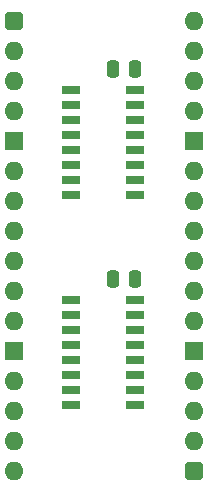
<source format=gts>
%TF.GenerationSoftware,KiCad,Pcbnew,8.0.4*%
%TF.CreationDate,2024-08-22T17:53:04+02:00*%
%TF.ProjectId,Selector 1-of-4 4bit,53656c65-6374-46f7-9220-312d6f662d34,V0*%
%TF.SameCoordinates,PX54c81a0PY37b6b20*%
%TF.FileFunction,Soldermask,Top*%
%TF.FilePolarity,Negative*%
%FSLAX46Y46*%
G04 Gerber Fmt 4.6, Leading zero omitted, Abs format (unit mm)*
G04 Created by KiCad (PCBNEW 8.0.4) date 2024-08-22 17:53:04*
%MOMM*%
%LPD*%
G01*
G04 APERTURE LIST*
G04 Aperture macros list*
%AMRoundRect*
0 Rectangle with rounded corners*
0 $1 Rounding radius*
0 $2 $3 $4 $5 $6 $7 $8 $9 X,Y pos of 4 corners*
0 Add a 4 corners polygon primitive as box body*
4,1,4,$2,$3,$4,$5,$6,$7,$8,$9,$2,$3,0*
0 Add four circle primitives for the rounded corners*
1,1,$1+$1,$2,$3*
1,1,$1+$1,$4,$5*
1,1,$1+$1,$6,$7*
1,1,$1+$1,$8,$9*
0 Add four rect primitives between the rounded corners*
20,1,$1+$1,$2,$3,$4,$5,0*
20,1,$1+$1,$4,$5,$6,$7,0*
20,1,$1+$1,$6,$7,$8,$9,0*
20,1,$1+$1,$8,$9,$2,$3,0*%
G04 Aperture macros list end*
%ADD10R,1.550000X0.650000*%
%ADD11RoundRect,0.400000X-0.400000X-0.400000X0.400000X-0.400000X0.400000X0.400000X-0.400000X0.400000X0*%
%ADD12O,1.600000X1.600000*%
%ADD13R,1.600000X1.600000*%
%ADD14RoundRect,0.250000X0.250000X0.475000X-0.250000X0.475000X-0.250000X-0.475000X0.250000X-0.475000X0*%
G04 APERTURE END LIST*
D10*
%TO.C,IC1*%
X4768000Y-23622000D03*
X4768000Y-24892000D03*
X4768000Y-26162000D03*
X4768000Y-27432000D03*
X4768000Y-28702000D03*
X4768000Y-29972000D03*
X4768000Y-31242000D03*
X4768000Y-32512000D03*
X10218000Y-32512000D03*
X10218000Y-31242000D03*
X10218000Y-29972000D03*
X10218000Y-28702000D03*
X10218000Y-27432000D03*
X10218000Y-26162000D03*
X10218000Y-24892000D03*
X10218000Y-23622000D03*
%TD*%
%TO.C,IC6*%
X4768000Y-5842000D03*
X4768000Y-7112000D03*
X4768000Y-8382000D03*
X4768000Y-9652000D03*
X4768000Y-10922000D03*
X4768000Y-12192000D03*
X4768000Y-13462000D03*
X4768000Y-14732000D03*
X10218000Y-14732000D03*
X10218000Y-13462000D03*
X10218000Y-12192000D03*
X10218000Y-10922000D03*
X10218000Y-9652000D03*
X10218000Y-8382000D03*
X10218000Y-7112000D03*
X10218000Y-5842000D03*
%TD*%
D11*
%TO.C,J2*%
X0Y0D03*
D12*
X0Y-2540000D03*
X0Y-5080000D03*
X0Y-7620000D03*
D13*
X0Y-10160000D03*
D12*
X0Y-12700000D03*
X0Y-15240000D03*
X0Y-17780000D03*
X0Y-20320000D03*
X0Y-22860000D03*
X0Y-25400000D03*
D13*
X0Y-27940000D03*
D12*
X0Y-30480000D03*
X0Y-33020000D03*
X0Y-35560000D03*
X0Y-38100000D03*
D11*
X15240000Y-38100000D03*
D12*
X15240000Y-35560000D03*
X15240000Y-33020000D03*
X15240000Y-30480000D03*
D13*
X15240000Y-27940000D03*
D12*
X15240000Y-25400000D03*
X15240000Y-22860000D03*
X15240000Y-20320000D03*
X15240000Y-17780000D03*
X15240000Y-15240000D03*
X15240000Y-12700000D03*
D13*
X15240000Y-10160000D03*
D12*
X15240000Y-7620000D03*
X15240000Y-5080000D03*
X15240000Y-2540000D03*
X15240000Y0D03*
%TD*%
D14*
%TO.C,C3*%
X10205000Y-21844000D03*
X8305000Y-21844000D03*
%TD*%
%TO.C,C1*%
X10205000Y-4064000D03*
X8305000Y-4064000D03*
%TD*%
M02*

</source>
